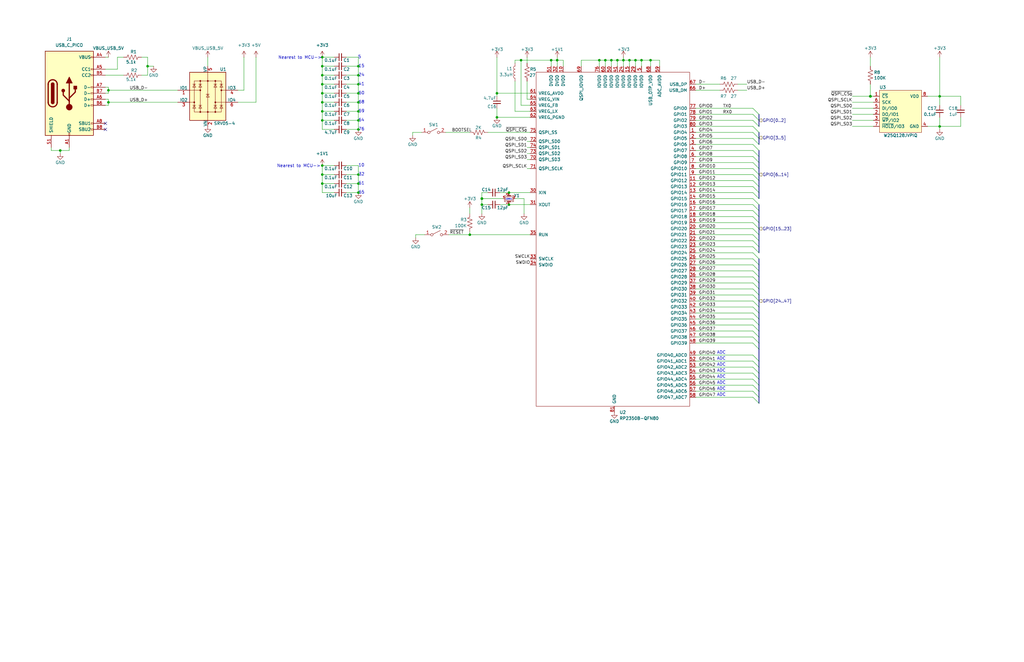
<source format=kicad_sch>
(kicad_sch (version 20250114) (generator "eeschema") (generator_version "9.0")
  (paper "B")
  (lib_symbols
    (symbol "Connector:USB_C_Receptacle_USB2.0" (pin_names (offset 1.016))
      (property "Reference" "J" (at -10.16 19.05 0))
      (property "Value" "USB_C_Receptacle_USB2.0" (at 19.05 19.05 0))
      (symbol "USB_C_Receptacle_USB2.0_1_1"
        (pin passive line (at -7.62 -22.86 90) (length 5.08) (name "SHIELD") (number "S1"))
        (pin passive line (at 0 -22.86 90) (length 5.08) (name "GND") (number "A1"))
        (pin passive line (at 0 -22.86 90) (length 5.08) (hide yes) (name "GND") (number "A12"))
        (pin passive line (at 0 -22.86 90) (length 5.08) (hide yes) (name "GND") (number "B1"))
        (pin passive line (at 0 -22.86 90) (length 5.08) (hide yes) (name "GND") (number "B12"))
        (pin passive line (at 15.24 15.24 180) (length 5.08) (name "VBUS") (number "A4"))
        (pin passive line (at 15.24 15.24 180) (length 5.08) (hide yes) (name "VBUS") (number "A9"))
        (pin passive line (at 15.24 15.24 180) (length 5.08) (hide yes) (name "VBUS") (number "B4"))
        (pin passive line (at 15.24 15.24 180) (length 5.08) (hide yes) (name "VBUS") (number "B9"))
        (pin bidirectional line (at 15.24 10.16 180) (length 5.08) (name "CC1") (number "A5"))
        (pin bidirectional line (at 15.24 7.62 180) (length 5.08) (name "CC2") (number "B5"))
        (pin bidirectional line (at 15.24 2.54 180) (length 5.08) (name "D-") (number "A7"))
        (pin bidirectional line (at 15.24 0 180) (length 5.08) (name "D-") (number "B7"))
        (pin bidirectional line (at 15.24 -2.54 180) (length 5.08) (name "D+") (number "A6"))
        (pin bidirectional line (at 15.24 -5.08 180) (length 5.08) (name "D+") (number "B6"))
        (pin bidirectional line (at 15.24 -12.7 180) (length 5.08) (name "SBU1") (number "A8"))
        (pin bidirectional line (at 15.24 -15.24 180) (length 5.08) (name "SBU2") (number "B8"))
      )
    )
    (symbol "Device:C_Small" (pin_numbers (hide yes)) (pin_names (offset 0.254) (hide yes))
      (property "Reference" "C" (at 0.254 1.778 0))
      (property "Value" "C_Small" (at 0.254 -2.032 0))
      (symbol "C_Small_1_1"
        (pin passive line (at 0 2.54 270) (length 2.032) (name "~") (number "1"))
        (pin passive line (at 0 -2.54 90) (length 2.032) (name "~") (number "2"))
      )
    )
    (symbol "Device:Crystal_GND24_Small" (pin_names (offset 1.016) (hide yes))
      (property "Reference" "Y" (at 1.27 4.445 0))
      (property "Value" "Crystal_GND24_Small" (at 1.27 2.54 0))
      (symbol "Crystal_GND24_Small_1_1"
        (pin passive line (at -2.54 0 0) (length 1.27) (name "1") (number "1"))
        (pin passive line (at 0 2.54 270) (length 0.635) (name "4") (number "4"))
        (pin passive line (at 0 -2.54 90) (length 0.635) (name "2") (number "2"))
        (pin passive line (at 2.54 0 180) (length 1.27) (name "3") (number "3"))
      )
    )
    (symbol "Device:L" (pin_numbers (hide yes)) (pin_names (offset 1.016) (hide yes))
      (property "Reference" "L" (at -1.27 0 90))
      (property "Value" "L" (at 1.905 0 90))
      (symbol "L_1_1"
        (pin passive line (at 0 3.81 270) (length 1.27) (name "1") (number "1"))
        (pin passive line (at 0 -3.81 90) (length 1.27) (name "2") (number "2"))
      )
    )
    (symbol "Device:R_US" (pin_numbers (hide yes)) (pin_names (offset 0))
      (property "Reference" "R" (at 2.54 0 90))
      (property "Value" "R_US" (at -2.54 0 90))
      (symbol "R_US_1_1"
        (pin passive line (at 0 3.81 270) (length 1.27) (name "~") (number "1"))
        (pin passive line (at 0 -3.81 90) (length 1.27) (name "~") (number "2"))
      )
    )
    (symbol "Memory_Flash_Extra:W25Q64JV" (pin_names (offset 1.016))
      (property "Reference" "U" (at 8.89 10.16 0))
      (property "Value" "W25Q64JV" (at 0 -10.16 0))
      (symbol "W25Q64JV_1_1"
        (pin power_in line (at -11.43 6.35 0) (length 2.54) (name "VDD") (number "8"))
        (pin power_in line (at -11.43 -6.35 0) (length 2.54) (name "GND") (number "4"))
        (pin passive line (at -11.43 -6.35 0) (length 2.54) (hide yes) (name "GND") (number "9"))
        (pin input line (at 11.43 6.35 180) (length 2.54) (name "~{CS}") (number "1"))
        (pin input line (at 11.43 3.81 180) (length 2.54) (name "SCK") (number "6"))
        (pin bidirectional line (at 11.43 1.27 180) (length 2.54) (name "DI/IO0") (number "5"))
        (pin bidirectional line (at 11.43 -1.27 180) (length 2.54) (name "DO/IO1") (number "2"))
        (pin bidirectional line (at 11.43 -3.81 180) (length 2.54) (name "~{WP}/IO2") (number "3"))
        (pin bidirectional line (at 11.43 -6.35 180) (length 2.54) (name "~{HOLD}/IO3") (number "7"))
      )
    )
    (symbol "Power_Protection:SRV05-4" (pin_names (offset 0))
      (property "Reference" "U" (at -5.08 11.43 0))
      (property "Value" "SRV05-4" (at 2.54 11.43 0))
      (symbol "SRV05-4_1_1"
        (pin passive line (at -12.7 2.54 0) (length 5.08) (name "IO1") (number "1"))
        (pin passive line (at -12.7 -2.54 0) (length 5.08) (name "IO2") (number "3"))
        (pin passive line (at 0 12.7 270) (length 2.54) (name "VP") (number "5"))
        (pin passive line (at 0 -12.7 90) (length 2.54) (name "VN") (number "2"))
        (pin passive line (at 12.7 2.54 180) (length 5.08) (name "IO3") (number "4"))
        (pin passive line (at 12.7 -2.54 180) (length 5.08) (name "IO4") (number "6"))
      )
    )
    (symbol "Switch:SW_SPST" (pin_names (offset 0) (hide yes))
      (property "Reference" "SW" (at 0 3.175 0))
      (property "Value" "SW_SPST" (at 0 -2.54 0))
      (symbol "SW_SPST_1_1"
        (pin passive line (at -5.08 0 0) (length 2.54) (name "A") (number "1"))
        (pin passive line (at 5.08 0 180) (length 2.54) (name "B") (number "2"))
      )
    )
    (symbol "power:+1V1" (power) (pin_numbers (hide yes)) (pin_names (offset 0) (hide yes))
      (property "Value" "+1V1" (at 0 3.556 0))
      (symbol "+1V1_1_1"
        (pin power_in line (at 0 0 90) (length 0) (name "~") (number "1"))
      )
    )
    (symbol "power:+3.3V" (power) (pin_names (offset 0))
      (property "Value" "+3.3V" (at 0 3.556 0))
      (symbol "+3.3V_1_1"
        (pin power_in line (at 0 0 90) (length 0) (hide yes) (name "+3V3") (number "1"))
      )
    )
    (symbol "power:+3V3" (power) (pin_numbers (hide yes)) (pin_names (offset 0) (hide yes))
      (property "Value" "+3V3" (at 0 3.556 0))
      (symbol "+3V3_1_1"
        (pin power_in line (at 0 0 90) (length 0) (name "~") (number "1"))
      )
    )
    (symbol "power:+5V" (power) (pin_numbers (hide yes)) (pin_names (offset 0) (hide yes))
      (property "Value" "+5V" (at 0 3.556 0))
      (symbol "+5V_1_1"
        (pin power_in line (at 0 0 90) (length 0) (name "~") (number "1"))
      )
    )
    (symbol "power:GND" (power) (pin_names (offset 0))
      (property "Value" "GND" (at 0 -3.81 0))
      (symbol "GND_1_1"
        (pin power_in line (at 0 0 270) (length 0) (hide yes) (name "GND") (number "1"))
      )
    )
    (symbol "power:VBUS" (power) (pin_numbers (hide yes)) (pin_names (offset 0) (hide yes))
      (property "Value" "VBUS" (at 0 3.556 0))
      (symbol "VBUS_1_1"
        (pin power_in line (at 0 0 90) (length 0) (name "~") (number "1"))
      )
    )
    (symbol "rp2350b-qfn80:RP2350B-QFN80" (pin_names (offset 1.016))
      (property "Reference" "U" (at 0 -1.27 0))
      (property "Value" "RP2350B-QFN80" (at 0 1.27 0))
      (symbol "RP2350B-QFN80_1_0"
        (pin passive line (at 0 -77.47 90) (length 2.54) (name "GND") (number "81"))
      )
      (symbol "RP2350B-QFN80_1_1"
        (pin power_in line (at -35.56 57.15 0) (length 2.54) (name "VREG_AVDD") (number "61"))
        (pin power_in line (at -35.56 54.61 0) (length 2.54) (name "VREG_VIN") (number "64"))
        (pin power_in line (at -35.56 52.07 0) (length 2.54) (name "VREG_FB") (number "65"))
        (pin power_out line (at -35.56 49.53 0) (length 2.54) (name "VREG_LX") (number "63"))
        (pin passive line (at -35.56 46.99 0) (length 2.54) (name "VREG_PGND") (number "62"))
        (pin bidirectional line (at -35.56 40.64 0) (length 2.54) (name "QSPI_SS") (number "75"))
        (pin bidirectional line (at -35.56 36.83 0) (length 2.54) (name "QSPI_SD0") (number "72"))
        (pin bidirectional line (at -35.56 34.29 0) (length 2.54) (name "QSPI_SD1") (number "74"))
        (pin bidirectional line (at -35.56 31.75 0) (length 2.54) (name "QSPI_SD2") (number "73"))
        (pin bidirectional line (at -35.56 29.21 0) (length 2.54) (name "QSPI_SD3") (number "70"))
        (pin bidirectional line (at -35.56 25.4 0) (length 2.54) (name "QSPI_SCLK") (number "71"))
        (pin input line (at -35.56 15.24 0) (length 2.54) (name "XIN") (number "30"))
        (pin output line (at -35.56 10.16 0) (length 2.54) (name "XOUT") (number "31"))
        (pin input line (at -35.56 -2.54 0) (length 2.54) (name "RUN") (number "35"))
        (pin bidirectional line (at -35.56 -12.7 0) (length 2.54) (name "SWCLK") (number "33"))
        (pin bidirectional line (at -35.56 -15.24 0) (length 2.54) (name "SWDIO") (number "34"))
        (pin power_in line (at -26.67 68.58 270) (length 2.54) (name "DVDD") (number "51"))
        (pin power_in line (at -24.13 68.58 270) (length 2.54) (name "DVDD") (number "32"))
        (pin power_in line (at -21.59 68.58 270) (length 2.54) (name "DVDD") (number "10"))
        (pin bidirectional line (at -13.97 68.58 270) (length 2.54) (name "QSPI_IOVDD") (number "69"))
        (pin power_in line (at -6.35 68.58 270) (length 2.54) (name "IOVDD") (number "76"))
        (pin power_in line (at -3.81 68.58 270) (length 2.54) (name "IOVDD") (number "60"))
        (pin power_in line (at -1.27 68.58 270) (length 2.54) (name "IOVDD") (number "50"))
        (pin power_in line (at 1.27 68.58 270) (length 2.54) (name "IOVDD") (number "41"))
        (pin power_in line (at 3.81 68.58 270) (length 2.54) (name "IOVDD") (number "24"))
        (pin power_in line (at 6.35 68.58 270) (length 2.54) (name "IOVDD") (number "15"))
        (pin power_in line (at 8.89 68.58 270) (length 2.54) (name "IOVDD") (number "29"))
        (pin power_in line (at 11.43 68.58 270) (length 2.54) (name "IOVDD") (number "5"))
        (pin power_in line (at 15.24 68.58 270) (length 2.54) (name "USB_OTP_VDD") (number "68"))
        (pin power_in line (at 19.05 68.58 270) (length 2.54) (name "ADC_AVDD") (number "59"))
        (pin bidirectional line (at 34.29 60.96 180) (length 2.54) (name "USB_DP") (number "67"))
        (pin bidirectional line (at 34.29 58.42 180) (length 2.54) (name "USB_DM") (number "66"))
        (pin bidirectional line (at 34.29 50.8 180) (length 2.54) (name "GPIO0") (number "77"))
        (pin bidirectional line (at 34.29 48.26 180) (length 2.54) (name "GPIO1") (number "78"))
        (pin bidirectional line (at 34.29 45.72 180) (length 2.54) (name "GPIO2") (number "79"))
        (pin bidirectional line (at 34.29 43.18 180) (length 2.54) (name "GPIO3") (number "80"))
        (pin bidirectional line (at 34.29 40.64 180) (length 2.54) (name "GPIO4") (number "1"))
        (pin bidirectional line (at 34.29 38.1 180) (length 2.54) (name "GPIO5") (number "2"))
        (pin bidirectional line (at 34.29 35.56 180) (length 2.54) (name "GPIO6") (number "3"))
        (pin bidirectional line (at 34.29 33.02 180) (length 2.54) (name "GPIO7") (number "4"))
        (pin bidirectional line (at 34.29 30.48 180) (length 2.54) (name "GPIO8") (number "6"))
        (pin bidirectional line (at 34.29 27.94 180) (length 2.54) (name "GPIO9") (number "7"))
        (pin bidirectional line (at 34.29 25.4 180) (length 2.54) (name "GPIO10") (number "8"))
        (pin bidirectional line (at 34.29 22.86 180) (length 2.54) (name "GPIO11") (number "9"))
        (pin bidirectional line (at 34.29 20.32 180) (length 2.54) (name "GPIO12") (number "11"))
        (pin bidirectional line (at 34.29 17.78 180) (length 2.54) (name "GPIO13") (number "12"))
        (pin bidirectional line (at 34.29 15.24 180) (length 2.54) (name "GPIO14") (number "13"))
        (pin bidirectional line (at 34.29 12.7 180) (length 2.54) (name "GPIO15") (number "14"))
        (pin bidirectional line (at 34.29 10.16 180) (length 2.54) (name "GPIO16") (number "16"))
        (pin bidirectional line (at 34.29 7.62 180) (length 2.54) (name "GPIO17") (number "17"))
        (pin bidirectional line (at 34.29 5.08 180) (length 2.54) (name "GPIO18") (number "18"))
        (pin bidirectional line (at 34.29 2.54 180) (length 2.54) (name "GPIO19") (number "19"))
        (pin bidirectional line (at 34.29 0 180) (length 2.54) (name "GPIO20") (number "20"))
        (pin bidirectional line (at 34.29 -2.54 180) (length 2.54) (name "GPIO21") (number "21"))
        (pin bidirectional line (at 34.29 -5.08 180) (length 2.54) (name "GPIO22") (number "22"))
        (pin bidirectional line (at 34.29 -7.62 180) (length 2.54) (name "GPIO23") (number "23"))
        (pin bidirectional line (at 34.29 -10.16 180) (length 2.54) (name "GPIO24") (number "25"))
        (pin bidirectional line (at 34.29 -12.7 180) (length 2.54) (name "GPIO25") (number "26"))
        (pin bidirectional line (at 34.29 -15.24 180) (length 2.54) (name "GPIO26") (number "27"))
        (pin bidirectional line (at 34.29 -17.78 180) (length 2.54) (name "GPIO27") (number "28"))
        (pin bidirectional line (at 34.29 -20.32 180) (length 2.54) (name "GPIO28") (number "36"))
        (pin bidirectional line (at 34.29 -22.86 180) (length 2.54) (name "GPIO29") (number "37"))
        (pin bidirectional line (at 34.29 -25.4 180) (length 2.54) (name "GPIO30") (number "38"))
        (pin bidirectional line (at 34.29 -27.94 180) (length 2.54) (name "GPIO31") (number "39"))
        (pin bidirectional line (at 34.29 -30.48 180) (length 2.54) (name "GPIO32") (number "40"))
        (pin bidirectional line (at 34.29 -33.02 180) (length 2.54) (name "GPIO33") (number "42"))
        (pin bidirectional line (at 34.29 -35.56 180) (length 2.54) (name "GPIO34") (number "43"))
        (pin bidirectional line (at 34.29 -38.1 180) (length 2.54) (name "GPIO35") (number "44"))
        (pin bidirectional line (at 34.29 -40.64 180) (length 2.54) (name "GPIO36") (number "45"))
        (pin bidirectional line (at 34.29 -43.18 180) (length 2.54) (name "GPIO37") (number "46"))
        (pin bidirectional line (at 34.29 -45.72 180) (length 2.54) (name "GPIO38") (number "47"))
        (pin bidirectional line (at 34.29 -48.26 180) (length 2.54) (name "GPIO39") (number "48"))
        (pin bidirectional line (at 34.29 -53.34 180) (length 2.54) (name "GPIO40_ADC0") (number "49"))
        (pin bidirectional line (at 34.29 -55.88 180) (length 2.54) (name "GPIO41_ADC1") (number "52"))
        (pin bidirectional line (at 34.29 -58.42 180) (length 2.54) (name "GPIO42_ADC2") (number "53"))
        (pin bidirectional line (at 34.29 -60.96 180) (length 2.54) (name "GPIO43_ADC3") (number "54"))
        (pin bidirectional line (at 34.29 -63.5 180) (length 2.54) (name "GPIO44_ADC4") (number "55"))
        (pin bidirectional line (at 34.29 -66.04 180) (length 2.54) (name "GPIO45_ADC5") (number "56"))
        (pin bidirectional line (at 34.29 -68.58 180) (length 2.54) (name "GPIO46_ADC6") (number "57"))
        (pin bidirectional line (at 34.29 -71.12 180) (length 2.54) (name "GPIO47_ADC7") (number "58"))
      )
    )
  )
  (text "59\n" (at 151.13 46.99 0) (effects (font (size 1.27 1.27)) (justify left)))
  (text "15" (at 151.13 27.94 0) (effects (font (size 1.27 1.27)) (justify left)))
  (text "Nearest to MCU->" (at 125.984 70.104 0) (effects (font (size 1.27 1.27))))
  (text "76\n" (at 151.13 54.61 0) (effects (font (size 1.27 1.27)) (justify left)))
  (text "24" (at 151.13 31.75 0) (effects (font (size 1.27 1.27)) (justify left)))
  (text "ADC" (at 302.26 149.606 0) (effects (font (size 1.27 1.27)) (justify left bottom)))
  (text "ADC" (at 302.26 167.386 0) (effects (font (size 1.27 1.27)) (justify left bottom)))
  (text "68" (at 151.13 43.18 0) (effects (font (size 1.27 1.27)) (justify left)))
  (text "64" (at 152.4 50.8 0) (effects (font (size 1.27 1.27))))
  (text "12MHz" (at 215.9 84.455 0) (effects (font (size 0.508 0.508)) (justify right bottom)))
  (text "Nearest to MCU->" (at 126.492 24.384 0) (effects (font (size 1.27 1.27))))
  (text "41" (at 151.13 35.56 0) (effects (font (size 1.27 1.27)) (justify left)))
  (text "ADC" (at 302.26 162.306 0) (effects (font (size 1.27 1.27)) (justify left bottom)))
  (text "10" (at 152.4 69.85 0) (effects (font (size 1.27 1.27))))
  (text "51" (at 151.13 77.47 0) (effects (font (size 1.27 1.27)) (justify left)))
  (text "65" (at 151.13 81.28 0) (effects (font (size 1.27 1.27)) (justify left)))
  (text "32" (at 151.13 73.66 0) (effects (font (size 1.27 1.27)) (justify left)))
  (text "ADC" (at 302.26 157.226 0) (effects (font (size 1.27 1.27)) (justify left bottom)))
  (text "5" (at 151.638 24.13 0) (effects (font (size 1.27 1.27))))
  (text "ADC" (at 302.26 159.766 0) (effects (font (size 1.27 1.27)) (justify left bottom)))
  (text "ADC" (at 302.26 164.846 0) (effects (font (size 1.27 1.27)) (justify left bottom)))
  (text "ADC" (at 302.26 154.686 0) (effects (font (size 1.27 1.27)) (justify left bottom)))
  (text "ADC" (at 302.26 152.146 0) (effects (font (size 1.27 1.27)) (justify left bottom)))
  (text "50" (at 151.13 39.37 0) (effects (font (size 1.27 1.27)) (justify left)))
  (junction (at 234.95 25.4))
  (junction (at 209.55 49.53))
  (junction (at 214.63 81.28))
  (junction (at 255.27 25.4))
  (junction (at 45.72 38.1))
  (junction (at 135.89 69.85))
  (junction (at 198.12 99.06))
  (junction (at 214.63 86.36))
  (junction (at 203.2 83.82) (diameter 1.016))
  (junction (at 151.13 39.37))
  (junction (at 135.89 24.13))
  (junction (at 396.24 40.64))
  (junction (at 25.4 63.5))
  (junction (at 135.89 43.18))
  (junction (at 151.13 46.99))
  (junction (at 135.89 46.99))
  (junction (at 203.2 86.36))
  (junction (at 232.41 25.4))
  (junction (at 151.13 73.66))
  (junction (at 135.89 35.56))
  (junction (at 219.71 25.4))
  (junction (at 151.13 31.75))
  (junction (at 257.81 25.4))
  (junction (at 267.97 25.4))
  (junction (at 209.55 39.37))
  (junction (at 135.89 39.37))
  (junction (at 135.89 73.66))
  (junction (at 135.89 50.8))
  (junction (at 151.13 35.56))
  (junction (at 151.13 81.28))
  (junction (at 396.24 53.34))
  (junction (at 135.89 77.47))
  (junction (at 151.13 50.8))
  (junction (at 367.03 40.64) (diameter 1.016))
  (junction (at 151.13 43.18))
  (junction (at 151.13 77.47))
  (junction (at 252.73 25.4))
  (junction (at 135.89 27.94))
  (junction (at 265.43 25.4))
  (junction (at 274.32 25.4))
  (junction (at 151.13 27.94))
  (junction (at 45.72 43.18))
  (junction (at 260.35 25.4))
  (junction (at 62.23 27.94))
  (junction (at 270.51 25.4))
  (junction (at 135.89 31.75))
  (junction (at 262.89 25.4))
  (junction (at 151.13 54.61))
  (no_connect (at 44.45 54.61))
  (no_connect (at 44.45 52.07))
  (bus_entry (at 317.5 106.68) (size 2.54 2.54))
  (bus_entry (at 317.5 157.48) (size 2.54 2.54))
  (bus_entry (at 317.5 76.2) (size 2.54 2.54))
  (bus_entry (at 317.5 109.22) (size 2.54 2.54))
  (bus_entry (at 317.5 149.86) (size 2.54 2.54))
  (bus_entry (at 317.5 91.44) (size 2.54 2.54))
  (bus_entry (at 317.5 127) (size 2.54 2.54))
  (bus_entry (at 317.5 132.08) (size 2.54 2.54))
  (bus_entry (at 317.5 73.66) (size 2.54 2.54))
  (bus_entry (at 317.5 160.02) (size 2.54 2.54))
  (bus_entry (at 317.5 121.92) (size 2.54 2.54))
  (bus_entry (at 317.5 129.54) (size 2.54 2.54))
  (bus_entry (at 317.5 93.98) (size 2.54 2.54))
  (bus_entry (at 317.5 116.84) (size 2.54 2.54))
  (bus_entry (at 317.5 119.38) (size 2.54 2.54))
  (bus_entry (at 317.5 124.46) (size 2.54 2.54))
  (bus_entry (at 317.5 55.88) (size 2.54 2.54))
  (bus_entry (at 317.5 78.74) (size 2.54 2.54))
  (bus_entry (at 317.5 104.14) (size 2.54 2.54))
  (bus_entry (at 317.5 66.04) (size 2.54 2.54))
  (bus_entry (at 317.5 139.7) (size 2.54 2.54))
  (bus_entry (at 317.5 114.3) (size 2.54 2.54))
  (bus_entry (at 317.5 48.26) (size 2.54 2.54))
  (bus_entry (at 317.5 88.9) (size 2.54 2.54))
  (bus_entry (at 317.5 45.72) (size 2.54 2.54))
  (bus_entry (at 317.5 83.82) (size 2.54 2.54))
  (bus_entry (at 317.5 71.12) (size 2.54 2.54))
  (bus_entry (at 317.5 142.24) (size 2.54 2.54))
  (bus_entry (at 317.5 58.42) (size 2.54 2.54))
  (bus_entry (at 317.5 86.36) (size 2.54 2.54))
  (bus_entry (at 317.5 154.94) (size 2.54 2.54))
  (bus_entry (at 317.5 167.64) (size 2.54 2.54))
  (bus_entry (at 317.5 144.78) (size 2.54 2.54))
  (bus_entry (at 317.5 99.06) (size 2.54 2.54))
  (bus_entry (at 317.5 134.62) (size 2.54 2.54))
  (bus_entry (at 317.5 60.96) (size 2.54 2.54))
  (bus_entry (at 317.5 137.16) (size 2.54 2.54))
  (bus_entry (at 317.5 53.34) (size 2.54 2.54))
  (bus_entry (at 317.5 101.6) (size 2.54 2.54))
  (bus_entry (at 317.5 165.1) (size 2.54 2.54))
  (bus_entry (at 317.5 68.58) (size 2.54 2.54))
  (bus_entry (at 317.5 63.5) (size 2.54 2.54))
  (bus_entry (at 317.5 152.4) (size 2.54 2.54))
  (bus_entry (at 317.5 96.52) (size 2.54 2.54))
  (bus_entry (at 317.5 111.76) (size 2.54 2.54))
  (bus_entry (at 317.5 50.8) (size 2.54 2.54))
  (bus_entry (at 317.5 81.28) (size 2.54 2.54))
  (bus_entry (at 317.5 162.56) (size 2.54 2.54))
  (wire (pts (xy 140.97 24.13) (xy 135.89 24.13)))
  (wire (pts (xy 222.25 34.29) (xy 222.25 41.91)))
  (wire (pts (xy 293.37 109.22) (xy 317.5 109.22)))
  (bus (pts (xy 320.04 88.9) (xy 320.04 91.44)))
  (bus (pts (xy 320.04 116.84) (xy 320.04 119.38)))
  (wire (pts (xy 203.2 86.36) (xy 205.74 86.36)))
  (wire (pts (xy 293.37 76.2) (xy 317.5 76.2)))
  (wire (pts (xy 267.97 25.4) (xy 270.51 25.4)))
  (wire (pts (xy 257.81 25.4) (xy 257.81 27.94)))
  (wire (pts (xy 222.25 64.77) (xy 223.52 64.77)))
  (wire (pts (xy 278.13 25.4) (xy 274.32 25.4)))
  (wire (pts (xy 146.05 27.94) (xy 151.13 27.94)))
  (wire (pts (xy 396.24 40.64) (xy 396.24 44.45)))
  (wire (pts (xy 135.89 43.18) (xy 140.97 43.18)))
  (bus (pts (xy 320.04 93.98) (xy 320.04 96.52)))
  (bus (pts (xy 320.04 144.78) (xy 320.04 147.32)))
  (wire (pts (xy 293.37 60.96) (xy 317.5 60.96)))
  (wire (pts (xy 49.53 24.13) (xy 49.53 29.21)))
  (bus (pts (xy 320.04 91.44) (xy 320.04 93.98)))
  (wire (pts (xy 135.89 46.99) (xy 140.97 46.99)))
  (wire (pts (xy 293.37 78.74) (xy 317.5 78.74)))
  (wire (pts (xy 293.37 162.56) (xy 317.5 162.56)))
  (wire (pts (xy 25.4 63.5) (xy 29.21 63.5)))
  (wire (pts (xy 173.99 55.88) (xy 177.8 55.88)))
  (bus (pts (xy 320.04 58.42) (xy 320.04 60.96)))
  (bus (pts (xy 320.04 48.26) (xy 320.04 50.8)))
  (wire (pts (xy 252.73 25.4) (xy 255.27 25.4)))
  (wire (pts (xy 220.98 90.17) (xy 220.98 83.82)))
  (wire (pts (xy 222.25 62.23) (xy 223.52 62.23)))
  (wire (pts (xy 135.89 69.85) (xy 135.89 73.66)))
  (wire (pts (xy 274.32 27.94) (xy 274.32 25.4)))
  (wire (pts (xy 87.63 24.13) (xy 87.63 27.94)))
  (wire (pts (xy 212.09 83.82) (xy 203.2 83.82)))
  (wire (pts (xy 135.89 46.99) (xy 135.89 50.8)))
  (wire (pts (xy 151.13 54.61) (xy 151.13 50.8)))
  (wire (pts (xy 146.05 77.47) (xy 151.13 77.47)))
  (wire (pts (xy 293.37 63.5) (xy 317.5 63.5)))
  (bus (pts (xy 320.04 101.6) (xy 320.04 104.14)))
  (bus (pts (xy 320.04 99.06) (xy 320.04 101.6)))
  (wire (pts (xy 140.97 69.85) (xy 135.89 69.85)))
  (wire (pts (xy 107.95 43.18) (xy 107.95 24.13)))
  (wire (pts (xy 396.24 49.53) (xy 396.24 53.34)))
  (wire (pts (xy 396.24 53.34) (xy 391.16 53.34)))
  (wire (pts (xy 217.17 46.99) (xy 223.52 46.99)))
  (wire (pts (xy 151.13 77.47) (xy 151.13 73.66)))
  (wire (pts (xy 146.05 31.75) (xy 151.13 31.75)))
  (wire (pts (xy 293.37 71.12) (xy 317.5 71.12)))
  (wire (pts (xy 214.63 86.36) (xy 223.52 86.36)))
  (wire (pts (xy 45.72 43.18) (xy 74.93 43.18)))
  (wire (pts (xy 151.13 46.99) (xy 151.13 43.18)))
  (wire (pts (xy 209.55 45.72) (xy 209.55 49.53)))
  (wire (pts (xy 59.69 24.13) (xy 62.23 24.13)))
  (wire (pts (xy 44.45 44.45) (xy 45.72 44.45)))
  (wire (pts (xy 175.26 100.33) (xy 175.26 99.06)))
  (wire (pts (xy 293.37 165.1) (xy 317.5 165.1)))
  (wire (pts (xy 293.37 142.24) (xy 317.5 142.24)))
  (wire (pts (xy 135.89 39.37) (xy 140.97 39.37)))
  (wire (pts (xy 255.27 25.4) (xy 255.27 27.94)))
  (wire (pts (xy 151.13 31.75) (xy 151.13 27.94)))
  (wire (pts (xy 151.13 35.56) (xy 151.13 31.75)))
  (wire (pts (xy 151.13 27.94) (xy 151.13 24.13)))
  (wire (pts (xy 368.3 43.18) (xy 359.41 43.18)))
  (wire (pts (xy 135.89 31.75) (xy 135.89 35.56)))
  (wire (pts (xy 237.49 25.4) (xy 237.49 27.94)))
  (wire (pts (xy 21.59 63.5) (xy 21.59 62.23)))
  (wire (pts (xy 368.3 48.26) (xy 359.41 48.26)))
  (wire (pts (xy 45.72 41.91) (xy 45.72 43.18)))
  (wire (pts (xy 217.17 34.29) (xy 217.17 46.99)))
  (wire (pts (xy 293.37 45.72) (xy 317.5 45.72)))
  (wire (pts (xy 293.37 81.28) (xy 317.5 81.28)))
  (wire (pts (xy 203.2 86.36) (xy 203.2 90.17)))
  (wire (pts (xy 210.82 81.28) (xy 214.63 81.28)))
  (wire (pts (xy 293.37 104.14) (xy 317.5 104.14)))
  (bus (pts (xy 320.04 66.04) (xy 320.04 68.58)))
  (wire (pts (xy 135.89 39.37) (xy 135.89 43.18)))
  (wire (pts (xy 293.37 154.94) (xy 317.5 154.94)))
  (wire (pts (xy 135.89 43.18) (xy 135.89 46.99)))
  (wire (pts (xy 223.52 49.53) (xy 209.55 49.53)))
  (wire (pts (xy 222.25 59.69) (xy 223.52 59.69)))
  (wire (pts (xy 135.89 81.28) (xy 140.97 81.28)))
  (wire (pts (xy 232.41 25.4) (xy 234.95 25.4)))
  (wire (pts (xy 293.37 66.04) (xy 317.5 66.04)))
  (bus (pts (xy 320.04 81.28) (xy 320.04 83.82)))
  (wire (pts (xy 151.13 43.18) (xy 151.13 39.37)))
  (wire (pts (xy 293.37 88.9) (xy 317.5 88.9)))
  (wire (pts (xy 198.12 97.79) (xy 198.12 99.06)))
  (wire (pts (xy 217.17 25.4) (xy 217.17 26.67)))
  (wire (pts (xy 45.72 43.18) (xy 45.72 44.45)))
  (wire (pts (xy 223.52 44.45) (xy 219.71 44.45)))
  (wire (pts (xy 135.89 24.13) (xy 135.89 27.94)))
  (wire (pts (xy 293.37 68.58) (xy 317.5 68.58)))
  (wire (pts (xy 203.2 83.82) (xy 203.2 86.36)))
  (wire (pts (xy 135.89 50.8) (xy 140.97 50.8)))
  (wire (pts (xy 203.2 81.28) (xy 203.2 83.82)))
  (wire (pts (xy 293.37 114.3) (xy 317.5 114.3)))
  (bus (pts (xy 320.04 73.66) (xy 320.04 76.2)))
  (wire (pts (xy 293.37 137.16) (xy 317.5 137.16)))
  (bus (pts (xy 320.04 165.1) (xy 320.04 167.64)))
  (bus (pts (xy 320.04 132.08) (xy 320.04 134.62)))
  (wire (pts (xy 234.95 24.13) (xy 234.95 25.4)))
  (bus (pts (xy 320.04 96.52) (xy 320.04 99.06)))
  (bus (pts (xy 320.04 121.92) (xy 320.04 124.46)))
  (bus (pts (xy 320.04 142.24) (xy 320.04 144.78)))
  (wire (pts (xy 100.33 43.18) (xy 107.95 43.18)))
  (wire (pts (xy 234.95 25.4) (xy 234.95 27.94)))
  (bus (pts (xy 320.04 129.54) (xy 320.04 132.08)))
  (wire (pts (xy 293.37 144.78) (xy 317.5 144.78)))
  (wire (pts (xy 146.05 24.13) (xy 151.13 24.13)))
  (bus (pts (xy 320.04 109.22) (xy 320.04 111.76)))
  (wire (pts (xy 102.87 24.13) (xy 102.87 38.1)))
  (wire (pts (xy 405.13 49.53) (xy 405.13 53.34)))
  (wire (pts (xy 209.55 39.37) (xy 223.52 39.37)))
  (wire (pts (xy 293.37 129.54) (xy 317.5 129.54)))
  (wire (pts (xy 396.24 53.34) (xy 396.24 54.61)))
  (wire (pts (xy 293.37 149.86) (xy 317.5 149.86)))
  (wire (pts (xy 293.37 101.6) (xy 317.5 101.6)))
  (wire (pts (xy 303.53 38.1) (xy 293.37 38.1)))
  (wire (pts (xy 245.11 27.94) (xy 245.11 25.4)))
  (wire (pts (xy 396.24 40.64) (xy 391.16 40.64)))
  (wire (pts (xy 175.26 99.06) (xy 179.07 99.06)))
  (wire (pts (xy 278.13 27.94) (xy 278.13 25.4)))
  (bus (pts (xy 320.04 76.2) (xy 320.04 78.74)))
  (wire (pts (xy 223.52 41.91) (xy 222.25 41.91)))
  (wire (pts (xy 135.89 54.61) (xy 140.97 54.61)))
  (wire (pts (xy 274.32 25.4) (xy 270.51 25.4)))
  (wire (pts (xy 293.37 58.42) (xy 317.5 58.42)))
  (wire (pts (xy 260.35 25.4) (xy 262.89 25.4)))
  (wire (pts (xy 367.03 40.64) (xy 367.03 35.56)))
  (wire (pts (xy 151.13 54.61) (xy 146.05 54.61)))
  (wire (pts (xy 205.74 55.88) (xy 223.52 55.88)))
  (wire (pts (xy 293.37 99.06) (xy 317.5 99.06)))
  (wire (pts (xy 293.37 127) (xy 317.5 127)))
  (wire (pts (xy 405.13 40.64) (xy 396.24 40.64)))
  (wire (pts (xy 293.37 83.82) (xy 317.5 83.82)))
  (wire (pts (xy 260.35 25.4) (xy 260.35 27.94)))
  (bus (pts (xy 320.04 134.62) (xy 320.04 137.16)))
  (wire (pts (xy 314.96 38.1) (xy 311.15 38.1)))
  (wire (pts (xy 209.55 24.13) (xy 209.55 39.37)))
  (wire (pts (xy 359.41 40.64) (xy 367.03 40.64)))
  (wire (pts (xy 368.3 50.8) (xy 359.41 50.8)))
  (wire (pts (xy 135.89 35.56) (xy 140.97 35.56)))
  (wire (pts (xy 293.37 96.52) (xy 317.5 96.52)))
  (bus (pts (xy 320.04 68.58) (xy 320.04 71.12)))
  (wire (pts (xy 135.89 73.66) (xy 140.97 73.66)))
  (wire (pts (xy 262.89 25.4) (xy 265.43 25.4)))
  (wire (pts (xy 293.37 139.7) (xy 317.5 139.7)))
  (wire (pts (xy 151.13 50.8) (xy 151.13 46.99)))
  (wire (pts (xy 62.23 24.13) (xy 62.23 27.94)))
  (wire (pts (xy 25.4 63.5) (xy 21.59 63.5)))
  (wire (pts (xy 219.71 25.4) (xy 219.71 44.45)))
  (wire (pts (xy 293.37 160.02) (xy 317.5 160.02)))
  (wire (pts (xy 293.37 73.66) (xy 317.5 73.66)))
  (wire (pts (xy 44.45 24.13) (xy 45.72 24.13)))
  (bus (pts (xy 320.04 78.74) (xy 320.04 81.28)))
  (wire (pts (xy 270.51 25.4) (xy 270.51 27.94)))
  (bus (pts (xy 320.04 137.16) (xy 320.04 139.7)))
  (bus (pts (xy 320.04 139.7) (xy 320.04 142.24)))
  (wire (pts (xy 293.37 50.8) (xy 317.5 50.8)))
  (bus (pts (xy 320.04 124.46) (xy 320.04 127)))
  (wire (pts (xy 29.21 63.5) (xy 29.21 62.23)))
  (wire (pts (xy 49.53 24.13) (xy 52.07 24.13)))
  (wire (pts (xy 44.45 31.75) (xy 52.07 31.75)))
  (wire (pts (xy 405.13 53.34) (xy 396.24 53.34)))
  (wire (pts (xy 209.55 40.64) (xy 209.55 39.37)))
  (wire (pts (xy 257.81 25.4) (xy 260.35 25.4)))
  (wire (pts (xy 217.17 25.4) (xy 219.71 25.4)))
  (wire (pts (xy 146.05 69.85) (xy 151.13 69.85)))
  (wire (pts (xy 214.63 81.28) (xy 223.52 81.28)))
  (bus (pts (xy 320.04 114.3) (xy 320.04 116.84)))
  (bus (pts (xy 320.04 119.38) (xy 320.04 121.92)))
  (wire (pts (xy 45.72 36.83) (xy 45.72 38.1)))
  (wire (pts (xy 368.3 40.64) (xy 367.03 40.64)))
  (wire (pts (xy 135.89 77.47) (xy 140.97 77.47)))
  (wire (pts (xy 293.37 116.84) (xy 317.5 116.84)))
  (bus (pts (xy 320.04 167.64) (xy 320.04 170.18)))
  (wire (pts (xy 135.89 31.75) (xy 140.97 31.75)))
  (wire (pts (xy 267.97 25.4) (xy 267.97 27.94)))
  (wire (pts (xy 187.96 55.88) (xy 198.12 55.88)))
  (wire (pts (xy 293.37 152.4) (xy 317.5 152.4)))
  (wire (pts (xy 146.05 35.56) (xy 151.13 35.56)))
  (wire (pts (xy 44.45 39.37) (xy 45.72 39.37)))
  (wire (pts (xy 252.73 27.94) (xy 252.73 25.4)))
  (wire (pts (xy 232.41 27.94) (xy 232.41 25.4)))
  (wire (pts (xy 146.05 46.99) (xy 151.13 46.99)))
  (wire (pts (xy 405.13 44.45) (xy 405.13 40.64)))
  (wire (pts (xy 146.05 50.8) (xy 151.13 50.8)))
  (bus (pts (xy 320.04 63.5) (xy 320.04 66.04)))
  (wire (pts (xy 219.71 25.4) (xy 232.41 25.4)))
  (wire (pts (xy 135.89 27.94) (xy 135.89 31.75)))
  (wire (pts (xy 203.2 81.28) (xy 205.74 81.28)))
  (wire (pts (xy 234.95 25.4) (xy 237.49 25.4)))
  (bus (pts (xy 320.04 162.56) (xy 320.04 165.1)))
  (wire (pts (xy 173.99 57.15) (xy 173.99 55.88)))
  (wire (pts (xy 262.89 25.4) (xy 262.89 27.94)))
  (wire (pts (xy 293.37 132.08) (xy 317.5 132.08)))
  (wire (pts (xy 293.37 134.62) (xy 317.5 134.62)))
  (wire (pts (xy 151.13 39.37) (xy 151.13 35.56)))
  (wire (pts (xy 189.23 99.06) (xy 198.12 99.06)))
  (wire (pts (xy 293.37 91.44) (xy 317.5 91.44)))
  (wire (pts (xy 265.43 25.4) (xy 265.43 27.94)))
  (wire (pts (xy 222.25 24.13) (xy 222.25 26.67)))
  (wire (pts (xy 255.27 25.4) (xy 257.81 25.4)))
  (wire (pts (xy 368.3 53.34) (xy 359.41 53.34)))
  (wire (pts (xy 293.37 53.34) (xy 317.5 53.34)))
  (wire (pts (xy 135.89 77.47) (xy 135.89 81.28)))
  (bus (pts (xy 320.04 50.8) (xy 320.04 53.34)))
  (wire (pts (xy 59.69 31.75) (xy 62.23 31.75)))
  (wire (pts (xy 135.89 35.56) (xy 135.89 39.37)))
  (bus (pts (xy 320.04 55.88) (xy 320.04 58.42)))
  (wire (pts (xy 146.05 43.18) (xy 151.13 43.18)))
  (wire (pts (xy 146.05 73.66) (xy 151.13 73.66)))
  (wire (pts (xy 44.45 41.91) (xy 45.72 41.91)))
  (wire (pts (xy 293.37 48.26) (xy 317.5 48.26)))
  (wire (pts (xy 45.72 38.1) (xy 45.72 39.37)))
  (wire (pts (xy 102.87 38.1) (xy 100.33 38.1)))
  (wire (pts (xy 367.03 24.13) (xy 367.03 27.94)))
  (bus (pts (xy 320.04 104.14) (xy 320.04 106.68)))
  (wire (pts (xy 44.45 29.21) (xy 49.53 29.21)))
  (wire (pts (xy 293.37 93.98) (xy 317.5 93.98)))
  (wire (pts (xy 262.89 24.13) (xy 262.89 25.4)))
  (wire (pts (xy 303.53 35.56) (xy 293.37 35.56)))
  (bus (pts (xy 320.04 152.4) (xy 320.04 154.94)))
  (wire (pts (xy 210.82 86.36) (xy 214.63 86.36)))
  (wire (pts (xy 314.96 35.56) (xy 311.15 35.56)))
  (wire (pts (xy 293.37 124.46) (xy 317.5 124.46)))
  (bus (pts (xy 320.04 154.94) (xy 320.04 157.48)))
  (wire (pts (xy 146.05 81.28) (xy 151.13 81.28)))
  (wire (pts (xy 293.37 106.68) (xy 317.5 106.68)))
  (wire (pts (xy 198.12 99.06) (xy 223.52 99.06)))
  (wire (pts (xy 151.13 73.66) (xy 151.13 69.85)))
  (wire (pts (xy 293.37 167.64) (xy 317.5 167.64)))
  (bus (pts (xy 320.04 147.32) (xy 320.04 152.4)))
  (bus (pts (xy 320.04 111.76) (xy 320.04 114.3)))
  (wire (pts (xy 135.89 73.66) (xy 135.89 77.47)))
  (wire (pts (xy 135.89 27.94) (xy 140.97 27.94)))
  (wire (pts (xy 396.24 40.64) (xy 396.24 24.13)))
  (bus (pts (xy 320.04 71.12) (xy 320.04 73.66)))
  (wire (pts (xy 293.37 157.48) (xy 317.5 157.48)))
  (wire (pts (xy 293.37 111.76) (xy 317.5 111.76)))
  (wire (pts (xy 293.37 119.38) (xy 317.5 119.38)))
  (wire (pts (xy 222.25 71.12) (xy 223.52 71.12)))
  (wire (pts (xy 293.37 121.92) (xy 317.5 121.92)))
  (wire (pts (xy 198.12 87.63) (xy 198.12 90.17)))
  (wire (pts (xy 265.43 25.4) (xy 267.97 25.4)))
  (wire (pts (xy 245.11 25.4) (xy 252.73 25.4)))
  (wire (pts (xy 62.23 31.75) (xy 62.23 27.94)))
  (wire (pts (xy 45.72 38.1) (xy 74.93 38.1)))
  (bus (pts (xy 320.04 86.36) (xy 320.04 88.9)))
  (wire (pts (xy 368.3 45.72) (xy 359.41 45.72)))
  (bus (pts (xy 320.04 127) (xy 320.04 129.54)))
  (bus (pts (xy 320.04 160.02) (xy 320.04 162.56)))
  (wire (pts (xy 293.37 86.36) (xy 317.5 86.36)))
  (wire (pts (xy 151.13 81.28) (xy 151.13 77.47)))
  (wire (pts (xy 293.37 55.88) (xy 317.5 55.88)))
  (wire (pts (xy 25.4 64.77) (xy 25.4 63.5)))
  (wire (pts (xy 146.05 39.37) (xy 151.13 39.37)))
  (wire (pts (xy 135.89 50.8) (xy 135.89 54.61)))
  (wire (pts (xy 217.17 83.82) (xy 220.98 83.82)))
  (bus (pts (xy 320.04 157.48) (xy 320.04 160.02)))
  (wire (pts (xy 222.25 67.31) (xy 223.52 67.31)))
  (wire (pts (xy 62.23 27.94) (xy 64.77 27.94)))
  (wire (pts (xy 44.45 36.83) (xy 45.72 36.83)))
  (label "GPIO1" (at 294.64 48.26 0))
  (label "QSPI_SD0" (at 359.41 45.72 180))
  (label "GPIO31" (at 294.64 124.46 0))
  (label "GPIO17" (at 294.64 88.9 0))
  (label "RX0" (at 304.8 48.26 0))
  (label "TX0" (at 304.8 45.72 0))
  (label "GPIO8" (at 294.64 66.04 0))
  (label "GPIO43" (at 294.64 157.48 0))
  (label "QSPI_SD3" (at 222.25 67.31 180))
  (label "GPIO10" (at 294.64 71.12 0))
  (label "GPIO13" (at 294.64 78.74 0))
  (label "GPIO18" (at 294.64 91.44 0))
  (label "GPIO0" (at 294.64 45.72 0))
  (label "~{QSPI_CS_{0}}" (at 359.41 40.64 180))
  (label "GPIO29" (at 294.64 119.38 0))
  (label "GPIO30" (at 294.64 121.92 0))
  (label "GPIO45" (at 294.64 162.56 0))
  (label "QSPI_SCLK" (at 222.25 71.12 180))
  (label "GPIO26" (at 294.64 111.76 0))
  (label "~{RESET}" (at 195.58 99.06 180))
  (label "GPIO39" (at 294.64 144.78 0))
  (label "GPIO44" (at 294.64 160.02 0))
  (label "GPIO16" (at 294.64 86.36 0))
  (label "USB_D+" (at 314.96 38.1 0))
  (label "GPIO24" (at 294.64 106.68 0))
  (label "GPIO33" (at 294.64 129.54 0))
  (label "~{QSPI_CS_{0}}" (at 222.25 55.88 180))
  (label "SWDIO" (at 223.52 111.76 180))
  (label "GPIO20" (at 294.64 96.52 0))
  (label "SWCLK" (at 223.52 109.22 180))
  (label "D-" (at 294.64 35.56 0))
  (label "BOOTSEL" (at 190.5 55.88 0))
  (label "GPIO14" (at 294.64 81.28 0))
  (label "GPIO27" (at 294.64 114.3 0))
  (label "GPIO6" (at 294.64 60.96 0))
  (label "QSPI_SCLK" (at 359.41 43.18 180))
  (label "GPIO28" (at 294.64 116.84 0))
  (label "GPIO15" (at 294.64 83.82 0))
  (label "GPIO41" (at 294.64 152.4 0))
  (label "GPIO5" (at 294.64 58.42 0))
  (label "GPIO36" (at 294.64 137.16 0))
  (label "GPIO3" (at 294.64 53.34 0))
  (label "QSPI_SD3" (at 359.41 53.34 180))
  (label "GPIO46" (at 294.64 165.1 0))
  (label "GPIO34" (at 294.64 132.08 0))
  (label "GPIO21" (at 294.64 99.06 0))
  (label "GPIO47" (at 294.64 167.64 0))
  (label "D+" (at 294.64 38.1 0))
  (label "QSPI_SD1" (at 359.41 48.26 180))
  (label "GPIO22" (at 294.64 101.6 0))
  (label "QSPI_SD1" (at 222.25 62.23 180))
  (label "GPIO9" (at 294.64 68.58 0))
  (label "QSPI_SD2" (at 359.41 50.8 180))
  (label "GPIO25" (at 294.64 109.22 0))
  (label "GPIO35" (at 294.64 134.62 0))
  (label "GPIO40" (at 294.64 149.86 0))
  (label "QSPI_SD2" (at 222.25 64.77 180))
  (label "GPIO11" (at 294.64 73.66 0))
  (label "USB_D+" (at 54.61 43.18 0))
  (label "GPIO23" (at 294.64 104.14 0))
  (label "USB_D-" (at 314.96 35.56 0))
  (label "GPIO4" (at 294.64 55.88 0))
  (label "GPIO2" (at 294.64 50.8 0))
  (label "GPIO32" (at 294.64 127 0))
  (label "QSPI_SD0" (at 222.25 59.69 180))
  (label "GPIO42" (at 294.64 154.94 0))
  (label "USB_D-" (at 54.61 38.1 0))
  (label "GPIO7" (at 294.64 63.5 0))
  (label "GPIO37" (at 294.64 139.7 0))
  (label "GPIO38" (at 294.64 142.24 0))
  (label "GPIO12" (at 294.64 76.2 0))
  (label "GPIO19" (at 294.64 93.98 0))
  (hierarchical_label "GPIO[6..14]" (shape input) (at 320.04 73.66 0))
  (hierarchical_label "GPIO[24..47]" (shape input) (at 320.04 127 0))
  (hierarchical_label "GPIO[3..5]" (shape input) (at 320.04 58.1393 0))
  (hierarchical_label "GPIO[15..23]" (shape input) (at 320.04 96.52 0))
  (hierarchical_label "GPIO[0..2]" (shape input) (at 320.04 50.8 0))
  (symbol (lib_id "Device:C_Small") (at 143.51 31.75 90) (unit 1)
    (property "Reference" "C3" (at 144.78 33.02 90) (effects (justify right)))
    (property "Value" "0.1uF" (at 142.24 33.02 90) (effects (justify left)))
    (property "Footprint" "Capacitor_SMD:C_0603_1608Metric" (effects (hide yes)))
  )
  (symbol (lib_id "Device:R_US") (at 55.88 31.75 90) (unit 1)
    (property "Reference" "R2" (at 57.912 29.718 90) (effects (justify left)))
    (property "Value" "5.1k" (at 57.404 33.528 90) (effects (justify left)))
    (property "Footprint" "Resistor_SMD:R_0603_1608Metric_Pad0.98x0.95mm_HandSolder" (effects (hide yes)))
    (property "Description" "Resistor, US symbol" (effects (hide yes)))
  )
  (symbol (lib_id "power:VBUS") (at 87.63 24.13 0) (unit 1)
    (property "Reference" "#PWR04" (effects (hide yes)))
    (property "Value" "VBUS_USB_5V" (at 87.63 20.32 0))
    (property "Description" "Power symbol creates a global label with name \"VBUS\"" (effects (hide yes)))
  )
  (symbol (lib_id "Device:C_Small") (at 405.13 46.99 0) (mirror x) (unit 1)
    (property "Reference" "C18" (at 403.86 45.72 0) (effects (justify right)))
    (property "Value" "1uF" (at 403.86 48.26 0) (effects (justify right)))
    (property "Footprint" "Capacitor_SMD:C_0603_1608Metric" (effects (hide yes)))
  )
  (symbol (lib_id "Device:C_Small") (at 209.55 43.18 0) (mirror y) (unit 1)
    (property "Reference" "C16" (at 205.486 44.958 0) (effects (justify right)))
    (property "Value" "4.7uF" (at 209.296 41.402 0) (effects (justify left)))
    (property "Footprint" "Capacitor_SMD:C_0603_1608Metric" (effects (hide yes)))
  )
  (symbol (lib_id "power:+5V") (at 107.95 24.13 0) (unit 1)
    (property "Reference" "#PWR07" (effects (hide yes)))
    (property "Value" "+5V" (at 107.95 19.05 0))
    (property "Description" "Power symbol creates a global label with name \"+5V\"" (effects (hide yes)))
  )
  (symbol (lib_id "power:GND") (at 151.13 54.61 0) (unit 1)
    (property "Reference" "#PWR010" (effects (hide yes)))
    (property "Value" "GND" (at 151.13 58.42 0))
    (property "Description" "Power symbol creates a global label with name \"GND\" , ground" (effects (hide yes)))
  )
  (symbol (lib_id "power:+3.3V") (at 396.24 24.13 0) (mirror y) (unit 1)
    (property "Reference" "#PWR024" (effects (hide yes)))
    (property "Value" "+3V3" (at 396.24 20.32 0))
  )
  (symbol (lib_id "Device:R_US") (at 367.03 31.75 180) (unit 1)
    (property "Reference" "R8" (at 368.5032 30.5816 0) (effects (justify right)))
    (property "Value" "100K" (at 368.5032 32.893 0) (effects (justify right)))
    (property "Footprint" "Resistor_SMD:R_0603_1608Metric" (effects (hide yes)))
    (property "Description" "Resistor, US symbol" (effects (hide yes)))
  )
  (symbol (lib_id "Device:C_Small") (at 143.51 39.37 90) (unit 1)
    (property "Reference" "C5" (at 144.78 40.64 90) (effects (justify right)))
    (property "Value" "0.1uF" (at 142.24 40.64 90) (effects (justify left)))
    (property "Footprint" "Capacitor_SMD:C_0603_1608Metric" (effects (hide yes)))
  )
  (symbol (lib_id "power:+3V3") (at 135.89 24.13 0) (unit 1)
    (property "Reference" "#PWR08" (effects (hide yes)))
    (property "Value" "+3V3" (at 135.89 19.05 0))
    (property "Description" "Power symbol creates a global label with name \"+3V3\"" (effects (hide yes)))
  )
  (symbol (lib_id "Memory_Flash_Extra:W25Q64JV") (at 379.73 46.99 0) (mirror y) (unit 1)
    (property "Reference" "U3" (at 370.84 36.83 0) (effects (justify right)))
    (property "Value" "W25Q128JVPIQ" (at 379.73 57.15 0))
    (property "Footprint" "Package_SON:WSON-8-1EP_6x5mm_P1.27mm_EP3.4x4mm" (effects (hide yes)))
    (property "Datasheet" "https://datasheet.lcsc.com/lcsc/2304140030_Winbond-Elec-W25Q128JVPIQ_C190862.pdf" (effects (hide yes)))
    (property "LCSC" "C190862" (effects (hide yes)))
  )
  (symbol (lib_id "Device:R_US") (at 198.12 93.98 0) (mirror y) (unit 1)
    (property "Reference" "R3" (at 196.85 92.71 0) (effects (justify left)))
    (property "Value" "100K" (at 196.85 95.25 0) (effects (justify left)))
    (property "Footprint" "Resistor_SMD:R_0603_1608Metric" (effects (hide yes)))
    (property "Description" "Resistor, US symbol" (effects (hide yes)))
  )
  (symbol (lib_id "Device:C_Small") (at 143.51 69.85 90) (unit 1)
    (property "Reference" "C10" (at 144.78 71.12 90) (effects (justify right)))
    (property "Value" "0.1uF" (at 142.24 71.12 90) (effects (justify left)))
    (property "Footprint" "Capacitor_SMD:C_0603_1608Metric" (effects (hide yes)))
  )
  (symbol (lib_id "power:+3V3") (at 209.55 24.13 0) (unit 1)
    (property "Reference" "#PWR016" (effects (hide yes)))
    (property "Value" "+3V3" (at 209.55 20.828 0))
    (property "Description" "Power symbol creates a global label with name \"+3V3\"" (effects (hide yes)))
  )
  (symbol (lib_id "Device:C_Small") (at 396.24 46.99 0) (mirror x) (unit 1)
    (property "Reference" "C17" (at 394.97 45.72 0) (effects (justify right)))
    (property "Value" "0.1uF" (at 394.97 48.26 0) (effects (justify right)))
    (property "Footprint" "Capacitor_SMD:C_0603_1608Metric" (effects (hide yes)))
  )
  (symbol (lib_id "Device:C_Small") (at 143.51 24.13 90) (unit 1)
    (property "Reference" "C1" (at 144.78 25.4 90) (effects (justify right)))
    (property "Value" "0.1uF" (at 142.24 25.4 90) (effects (justify left)))
    (property "Footprint" "Capacitor_SMD:C_0603_1608Metric" (effects (hide yes)))
  )
  (symbol (lib_id "power:+3V3") (at 102.87 24.13 0) (unit 1)
    (property "Reference" "#PWR06" (effects (hide yes)))
    (property "Value" "+3V3" (at 102.87 19.05 0))
    (property "Description" "Power symbol creates a global label with name \"+3V3\"" (effects (hide yes)))
  )
  (symbol (lib_id "power:GND") (at 259.08 173.99 0) (unit 1)
    (property "Reference" "#PWR021" (effects (hide yes)))
    (property "Value" "GND" (at 259.08 177.8 0))
  )
  (symbol (lib_id "Device:R_US") (at 222.25 30.48 0) (unit 1)
    (property "Reference" "R5" (at 224.79 29.21 0))
    (property "Value" "27" (at 224.536 31.75 0))
    (property "Footprint" "Resistor_SMD:R_0603_1608Metric" (effects (hide yes)))
    (property "Description" "Resistor, US symbol" (effects (hide yes)))
  )
  (symbol (lib_id "Switch:SW_SPST") (at 184.15 99.06 0) (unit 1)
    (property "Reference" "SW2" (at 184.15 96.52 0) (effects (justify bottom)))
    (property "Value" "SW_RESET" (effects (hide yes)))
    (property "Footprint" "Button_Switch_SMD:SW_SPST_B3U-1000P" (effects (hide yes)))
    (property "Description" "TS-3025-A-A-B" (effects (hide yes)))
    (property "LCSC" "C561514" (effects (hide yes)))
  )
  (symbol (lib_id "power:GND") (at 220.98 90.17 0) (unit 1)
    (property "Reference" "#PWR018" (effects (hide yes)))
    (property "Value" "GND" (at 220.98 93.98 0))
  )
  (symbol (lib_id "Device:C_Small") (at 143.51 54.61 90) (unit 1)
    (property "Reference" "C9" (at 144.78 55.88 90) (effects (justify right)))
    (property "Value" "4.7uF" (at 142.24 55.88 90) (effects (justify left)))
    (property "Footprint" "Capacitor_SMD:C_0603_1608Metric" (effects (hide yes)))
  )
  (symbol (lib_id "power:+1V1") (at 234.95 24.13 0) (unit 1)
    (property "Reference" "#PWR020" (effects (hide yes)))
    (property "Value" "+1V1" (at 234.95 20.828 0))
    (property "Description" "Power symbol creates a global label with name \"+1V1\"" (effects (hide yes)))
  )
  (symbol (lib_id "power:GND") (at 203.2 90.17 0) (unit 1)
    (property "Reference" "#PWR015" (effects (hide yes)))
    (property "Value" "GND" (at 203.2 93.98 0))
  )
  (symbol (lib_id "rp2350b-qfn80:RP2350B-QFN80") (at 259.08 96.52 0) (unit 1)
    (property "Reference" "U2" (at 261.2233 173.99 0) (effects (justify left)))
    (property "Value" "RP2350B-QFN80" (at 261.2233 176.53 0) (effects (justify left)))
    (property "Footprint" "Package_DFN_QFN:QFN-80-1EP_10x10mm_P0.4mm_EP3.4x3.4mm_ThermalVias" (effects (hide yes)))
  )
  (symbol (lib_id "Device:L") (at 217.17 30.48 180) (unit 1)
    (property "Reference" "L1" (at 213.614 28.956 0) (effects (justify right)))
    (property "Value" "3.3uH" (at 210.566 31.496 0) (effects (justify right)))
    (property "Description" "Inductor" (effects (hide yes)))
  )
  (symbol (lib_id "power:+3.3V") (at 367.03 24.13 0) (unit 1)
    (property "Reference" "#PWR023" (effects (hide yes)))
    (property "Value" "+3V3" (at 367.03 20.32 0))
  )
  (symbol (lib_id "Device:C_Small") (at 143.51 50.8 90) (unit 1)
    (property "Reference" "C8" (at 144.78 52.07 90) (effects (justify right)))
    (property "Value" "0.1uF" (at 142.24 52.07 90) (effects (justify left)))
    (property "Footprint" "Capacitor_SMD:C_0603_1608Metric" (effects (hide yes)))
  )
  (symbol (lib_id "Device:C_Small") (at 143.51 77.47 90) (unit 1)
    (property "Reference" "C12" (at 144.78 78.74 90) (effects (justify right)))
    (property "Value" "0.1uF" (at 142.24 78.74 90) (effects (justify left)))
    (property "Footprint" "Capacitor_SMD:C_0603_1608Metric" (effects (hide yes)))
  )
  (symbol (lib_id "Device:C_Small") (at 208.28 81.28 270) (unit 1)
    (property "Reference" "C14" (at 207.01 80.01 90) (effects (justify right)))
    (property "Value" "12pF" (at 209.55 80.01 90) (effects (justify left)))
    (property "Footprint" "Capacitor_SMD:C_0603_1608Metric" (effects (hide yes)))
  )
  (symbol (lib_id "power:+3V3") (at 198.12 87.63 0) (mirror y) (unit 1)
    (property "Reference" "#PWR014" (effects (hide yes)))
    (property "Value" "+3V3" (at 198.12 83.82 0))
  )
  (symbol (lib_id "Device:C_Small") (at 143.51 43.18 90) (unit 1)
    (property "Reference" "C6" (at 144.78 44.45 90) (effects (justify right)))
    (property "Value" "0.1uF" (at 142.24 44.45 90) (effects (justify left)))
    (property "Footprint" "Capacitor_SMD:C_0603_1608Metric" (effects (hide yes)))
  )
  (symbol (lib_id "Switch:SW_SPST") (at 182.88 55.88 0) (unit 1)
    (property "Reference" "SW1" (at 182.88 53.34 0) (effects (justify bottom)))
    (property "Value" "SW_BOOTSEL" (effects (hide yes)))
    (property "Footprint" "Button_Switch_SMD:SW_SPST_B3U-1000P" (effects (hide yes)))
    (property "Description" "TS-3025-A-A-B" (effects (hide yes)))
    (property "LCSC" "C561514" (effects (hide yes)))
  )
  (symbol (lib_id "power:VBUS") (at 45.72 24.13 0) (unit 1)
    (property "Reference" "#PWR02" (effects (hide yes)))
    (property "Value" "VBUS_USB_5V" (at 45.72 20.32 0))
    (property "Description" "Power symbol creates a global label with name \"VBUS\"" (effects (hide yes)))
  )
  (symbol (lib_id "Device:C_Small") (at 208.28 86.36 270) (mirror x) (unit 1)
    (property "Reference" "C15" (at 207.01 87.63 90) (effects (justify right)))
    (property "Value" "12pF" (at 209.55 87.63 90) (effects (justify left)))
    (property "Footprint" "Capacitor_SMD:C_0603_1608Metric" (effects (hide yes)))
  )
  (symbol (lib_id "power:+3V3") (at 135.89 69.85 0) (unit 1)
    (property "Reference" "#PWR09" (effects (hide yes)))
    (property "Value" "+1V1" (at 135.89 64.77 0))
    (property "Description" "Power symbol creates a global label with name \"+3V3\"" (effects (hide yes)))
  )
  (symbol (lib_id "power:GND") (at 87.63 53.34 0) (unit 1)
    (property "Reference" "#PWR05" (effects (hide yes)))
    (property "Value" "GND" (at 87.63 57.15 0))
    (property "Description" "Power symbol creates a global label with name \"GND\" , ground" (effects (hide yes)))
  )
  (symbol (lib_id "power:GND") (at 175.26 100.33 0) (mirror y) (unit 1)
    (property "Reference" "#PWR013" (effects (hide yes)))
    (property "Value" "GND" (at 175.26 104.14 0))
  )
  (symbol (lib_id "Device:C_Small") (at 143.51 35.56 90) (unit 1)
    (property "Reference" "C4" (at 144.78 36.83 90) (effects (justify right)))
    (property "Value" "0.1uF" (at 142.24 36.83 90) (effects (justify left)))
    (property "Footprint" "Capacitor_SMD:C_0603_1608Metric" (effects (hide yes)))
  )
  (symbol (lib_id "Connector:USB_C_Receptacle_USB2.0") (at 29.21 39.37 0) (unit 1)
    (property "Reference" "J1" (at 29.21 16.51 0))
    (property "Value" "USB_C_PICO" (at 29.21 19.05 0))
    (property "Footprint" "Connector_USB:USB_C_Receptacle_G-Switch_GT-USB-7010ASV" (effects (hide yes)))
    (property "Datasheet" "https://www.usb.org/sites/default/files/documents/usb_type-c.zip" (effects (hide yes)))
  )
  (symbol (lib_id "Device:R_US") (at 201.93 55.88 270) (mirror x) (unit 1)
    (property "Reference" "R4" (at 200.406 58.166 90) (effects (justify left)))
    (property "Value" "2K" (at 200.406 53.848 90) (effects (justify left)))
    (property "Footprint" "Resistor_SMD:R_0603_1608Metric" (effects (hide yes)))
    (property "Description" "Resistor, US symbol" (effects (hide yes)))
  )
  (symbol (lib_id "power:GND") (at 209.55 49.53 0) (unit 1)
    (property "Reference" "#PWR017" (effects (hide yes)))
    (property "Value" "GND" (at 209.55 53.086 0))
  )
  (symbol (lib_id "Device:R_US") (at 307.34 38.1 270) (unit 1)
    (property "Reference" "R7" (at 305.054 40.64 90))
    (property "Value" "27" (at 309.372 40.64 90))
    (property "Footprint" "Resistor_SMD:R_0603_1608Metric" (effects (hide yes)))
    (property "Description" "Resistor, US symbol" (effects (hide yes)))
  )
  (symbol (lib_id "Device:C_Small") (at 143.51 73.66 90) (unit 1)
    (property "Reference" "C11" (at 144.78 74.93 90) (effects (justify right)))
    (property "Value" "0.1uF" (at 142.24 74.93 90) (effects (justify left)))
    (property "Footprint" "Capacitor_SMD:C_0603_1608Metric" (effects (hide yes)))
  )
  (symbol (lib_id "power:GND") (at 25.4 64.77 0) (unit 1)
    (property "Reference" "#PWR01" (effects (hide yes)))
    (property "Value" "GND" (at 25.4 68.58 0))
    (property "Description" "Power symbol creates a global label with name \"GND\" , ground" (effects (hide yes)))
  )
  (symbol (lib_id "power:GND") (at 151.13 81.28 0) (unit 1)
    (property "Reference" "#PWR011" (effects (hide yes)))
    (property "Value" "GND" (at 151.13 85.09 0))
    (property "Description" "Power symbol creates a global label with name \"GND\" , ground" (effects (hide yes)))
  )
  (symbol (lib_id "Device:C_Small") (at 143.51 81.28 90) (unit 1)
    (property "Reference" "C13" (at 144.78 82.55 90) (effects (justify right)))
    (property "Value" "10uF" (at 142.24 82.55 90) (effects (justify left)))
    (property "Footprint" "Capacitor_SMD:C_0603_1608Metric" (effects (hide yes)))
  )
  (symbol (lib_id "Device:C_Small") (at 143.51 27.94 90) (unit 1)
    (property "Reference" "C2" (at 144.78 29.21 90) (effects (justify right)))
    (property "Value" "0.1uF" (at 142.24 29.21 90) (effects (justify left)))
    (property "Footprint" "Capacitor_SMD:C_0603_1608Metric" (effects (hide yes)))
  )
  (symbol (lib_id "power:GND") (at 173.99 57.15 0) (mirror y) (unit 1)
    (property "Reference" "#PWR012" (effects (hide yes)))
    (property "Value" "GND" (at 173.99 60.96 0))
  )
  (symbol (lib_id "Power_Protection:SRV05-4") (at 87.63 40.64 0) (unit 1)
    (property "Reference" "U1" (at 92.71 29.21 0) (effects (justify left)))
    (property "Value" "SRV05-4" (at 90.17 52.07 0) (effects (justify left)))
    (property "Footprint" "Package_TO_SOT_SMD:SOT-23-6" (effects (hide yes)))
    (property "Datasheet" "http://www.onsemi.com/pub/Collateral/SRV05-4-D.PDF" (effects (hide yes)))
    (property "Description" "ESD Protection Diodes with Low Clamping Voltage, SOT-23-6" (effects (hide yes)))
  )
  (symbol (lib_id "power:+3V3") (at 262.89 24.13 0) (unit 1)
    (property "Reference" "#PWR022" (effects (hide yes)))
    (property "Value" "+3V3" (at 262.89 20.828 0))
    (property "Description" "Power symbol creates a global label with name \"+3V3\"" (effects (hide yes)))
  )
  (symbol (lib_id "Device:C_Small") (at 143.51 46.99 90) (unit 1)
    (property "Reference" "C7" (at 144.78 48.26 90) (effects (justify right)))
    (property "Value" "0.1uF" (at 142.24 48.26 90) (effects (justify left)))
    (property "Footprint" "Capacitor_SMD:C_0603_1608Metric" (effects (hide yes)))
  )
  (symbol (lib_id "Device:Crystal_GND24_Small") (at 214.63 83.82 90) (unit 1)
    (property "Reference" "Y1" (at 216.662 82.55 90) (effects (justify right)))
    (property "Value" "CM4012M00012001" (effects (hide yes)))
    (property "Footprint" "Crystal:Crystal_SMD_2520-4Pin_2.5x2.0mm" (effects (hide yes)))
    (property "LCSC" "C7294611" (effects (hide yes)))
  )
  (symbol (lib_id "power:+3V3") (at 222.25 24.13 0) (unit 1)
    (property "Reference" "#PWR019" (effects (hide yes)))
    (property "Value" "+3V3" (at 222.25 20.828 0))
    (property "Description" "Power symbol creates a global label with name \"+3V3\"" (effects (hide yes)))
  )
  (symbol (lib_id "power:GND") (at 396.24 54.61 0) (unit 1)
    (property "Reference" "#PWR025" (effects (hide yes)))
    (property "Value" "GND" (at 396.24 58.42 0))
  )
  (symbol (lib_id "Device:R_US") (at 307.34 35.56 90) (unit 1)
    (property "Reference" "R6" (at 305.054 33.02 90))
    (property "Value" "27" (at 309.372 33.02 90))
    (property "Footprint" "Resistor_SMD:R_0603_1608Metric" (effects (hide yes)))
    (property "Description" "Resistor, US symbol" (effects (hide yes)))
  )
  (symbol (lib_id "power:GND") (at 64.77 27.94 0) (unit 1)
    (property "Reference" "#PWR03" (effects (hide yes)))
    (property "Value" "GND" (at 64.77 31.75 0))
    (property "Description" "Power symbol creates a global label with name \"GND\" , ground" (effects (hide yes)))
  )
  (symbol (lib_id "Device:R_US") (at 55.88 24.13 90) (unit 1)
    (property "Reference" "R1" (at 57.658 21.844 90) (effects (justify left)))
    (property "Value" "5.1k" (at 57.404 26.162 90) (effects (justify left)))
    (property "Footprint" "Resistor_SMD:R_0603_1608Metric_Pad0.98x0.95mm_HandSolder" (effects (hide yes)))
    (property "Description" "Resistor, US symbol" (effects (hide yes)))
  )
)
</source>
